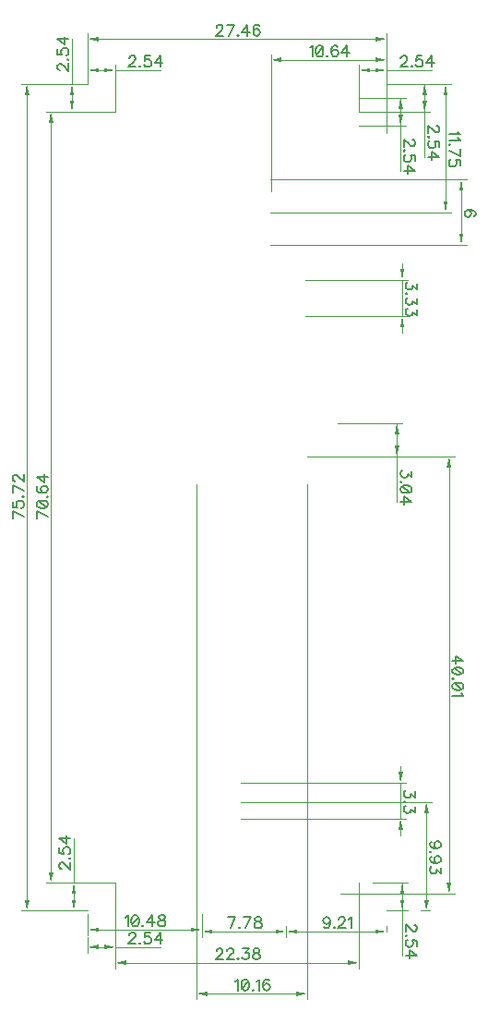
<source format=gbr>
G04 DipTrace 3.3.0.0*
G04 TopDimension.gbr*
%MOIN*%
G04 #@! TF.FileFunction,Drawing,Top*
G04 #@! TF.Part,Single*
%ADD13C,0.001378*%
%ADD59C,0.006176*%
%FSLAX26Y26*%
G04*
G70*
G90*
G75*
G01*
G04 TopDimension*
%LPD*%
X393701Y3374951D2*
D13*
X155266D1*
X393701Y393701D2*
X155266D1*
X174951Y1884326D2*
Y3335581D1*
G36*
Y3374951D2*
X182825Y3335581D1*
X167077D1*
X174951Y3374951D1*
G37*
Y1884326D2*
D13*
Y433071D1*
G36*
Y393701D2*
X167077Y433071D1*
X182825D1*
X174951Y393701D1*
G37*
X393701Y3424950D2*
D13*
Y3557135D1*
X1474953Y3424950D2*
Y3557135D1*
X934327Y3537450D2*
X433071D1*
G36*
X393701D2*
X433071Y3545324D1*
Y3529576D1*
X393701Y3537450D1*
G37*
X934327D2*
D13*
X1435583D1*
G36*
X1474953D2*
X1435583Y3529576D1*
Y3545324D1*
X1474953Y3537450D1*
G37*
Y3199950D2*
D13*
Y3482135D1*
X1056203Y2987450D2*
Y3482135D1*
X1265578Y3462450D2*
X1435583D1*
G36*
X1474953D2*
X1435583Y3454576D1*
Y3470324D1*
X1474953Y3462450D1*
G37*
X1265578D2*
D13*
X1095573D1*
G36*
X1056203D2*
X1095573Y3470324D1*
Y3454576D1*
X1056203Y3462450D1*
G37*
X1187469Y2031201D2*
D13*
X1532136D1*
X1298693Y2150701D2*
X1532136D1*
X1512451Y2090951D2*
Y2070571D1*
G36*
Y2031201D2*
X1504577Y2070571D1*
X1520325D1*
X1512451Y2031201D1*
G37*
Y2090951D2*
D13*
Y2111331D1*
G36*
Y2150701D2*
X1520325Y2111331D1*
X1504577D1*
X1512451Y2150701D1*
G37*
Y1868644D2*
D13*
Y2150701D1*
X1053051Y3030558D2*
X1763386D1*
X1053051Y2794282D2*
X1763386D1*
X1743701Y2912420D2*
Y2991188D1*
G36*
Y3030558D2*
X1751575Y2991188D1*
X1735827D1*
X1743701Y3030558D1*
G37*
Y2912420D2*
D13*
Y2833652D1*
G36*
Y2794282D2*
X1735827Y2833652D1*
X1751575D1*
X1743701Y2794282D1*
G37*
X806192Y381201D2*
D13*
Y305266D1*
X393701Y381201D2*
Y305266D1*
X599946Y324951D2*
X766822D1*
G36*
X806192D2*
X766822Y317077D1*
Y332825D1*
X806192Y324951D1*
G37*
X599946D2*
D13*
X433071D1*
G36*
X393701D2*
X433071Y332825D1*
Y317077D1*
X393701Y324951D1*
G37*
X493703Y3274950D2*
D13*
X242766D1*
X493711Y493720D2*
X242766D1*
X262451Y1884335D2*
Y3235580D1*
G36*
Y3274950D2*
X270325Y3235580D1*
X254577D1*
X262451Y3274950D1*
G37*
Y1884335D2*
D13*
Y533091D1*
G36*
Y493720D2*
X254577Y533091D1*
X270325D1*
X262451Y493720D1*
G37*
X1374951Y3274950D2*
D13*
X1632136D1*
X1474951Y3374951D2*
X1632136D1*
X1612451Y3324951D2*
Y3314320D1*
G36*
Y3274950D2*
X1604577Y3314320D1*
X1620325D1*
X1612451Y3274950D1*
G37*
Y3324951D2*
D13*
Y3335581D1*
G36*
Y3374951D2*
X1620325Y3335581D1*
X1604577D1*
X1612451Y3374951D1*
G37*
Y3112394D2*
D13*
Y3374951D1*
X1374951Y3324950D2*
X1544636D1*
X1374951Y3224950D2*
X1544636D1*
X1524951Y3274950D2*
Y3285580D1*
G36*
Y3324950D2*
X1532825Y3285580D1*
X1517077D1*
X1524951Y3324950D1*
G37*
Y3274950D2*
D13*
Y3264320D1*
G36*
Y3224950D2*
X1517077Y3264320D1*
X1532825D1*
X1524951Y3224950D1*
G37*
Y3062394D2*
D13*
Y3324950D1*
X806202Y368701D2*
Y299016D1*
X1112451Y318701D2*
Y338386D1*
X959327Y318701D2*
X845572D1*
G36*
X806202D2*
X845572Y326575D1*
Y310827D1*
X806202Y318701D1*
G37*
X959327D2*
D13*
X1073081D1*
G36*
X1112451D2*
X1073081Y310827D1*
Y326575D1*
X1112451Y318701D1*
G37*
Y331201D2*
D13*
Y299016D1*
X1474951Y318701D2*
Y338386D1*
X1293701Y318701D2*
X1151822D1*
G36*
X1112451D2*
X1151822Y326575D1*
Y310827D1*
X1112451Y318701D1*
G37*
X1293701D2*
D13*
X1435581D1*
G36*
X1474951D2*
X1435581Y310827D1*
Y326575D1*
X1474951Y318701D1*
G37*
X493703Y3274950D2*
D13*
Y3444635D1*
X393701Y3374951D2*
Y3444635D1*
X443702Y3424950D2*
X454333D1*
G36*
X493703D2*
X454333Y3417076D1*
Y3432824D1*
X493703Y3424950D1*
G37*
X443702D2*
D13*
X433071D1*
G36*
X393701D2*
X433071Y3432824D1*
Y3417076D1*
X393701Y3424950D1*
G37*
X656260D2*
D13*
X493703D1*
X1181202Y2668701D2*
X1550887D1*
X1181202Y2537450D2*
X1550887D1*
X1531202Y2668701D2*
Y2537450D1*
Y2727756D2*
Y2708071D1*
G36*
Y2668701D2*
X1523328Y2708071D1*
X1539076D1*
X1531202Y2668701D1*
G37*
Y2478395D2*
D13*
Y2498080D1*
G36*
Y2537450D2*
X1539076Y2498080D1*
X1523328D1*
X1531202Y2537450D1*
G37*
X493711Y493720D2*
D13*
Y186516D1*
X1374951Y493701D2*
Y186516D1*
X934331Y206201D2*
X533081D1*
G36*
X493711D2*
X533081Y214075D1*
Y198327D1*
X493711Y206201D1*
G37*
X934331D2*
D13*
X1335581D1*
G36*
X1374951D2*
X1335581Y198327D1*
Y214075D1*
X1374951Y206201D1*
G37*
X1053051Y2912420D2*
D13*
X1707136D1*
X1474951Y3374951D2*
X1707136D1*
X1687451Y3143686D2*
Y2951790D1*
G36*
Y2912420D2*
X1679577Y2951790D1*
X1695325D1*
X1687451Y2912420D1*
G37*
Y3143686D2*
D13*
Y3335581D1*
G36*
Y3374951D2*
X1695325Y3335581D1*
X1679577D1*
X1687451Y3374951D1*
G37*
X393701Y299951D2*
D13*
Y242765D1*
X493701Y256201D2*
Y282135D1*
X443701Y262450D2*
X433071D1*
G36*
X393701D2*
X433071Y270324D1*
Y254576D1*
X393701Y262450D1*
G37*
X443701D2*
D13*
X454331D1*
G36*
X493701D2*
X454331Y254576D1*
Y270324D1*
X493701Y262450D1*
G37*
X656257D2*
D13*
X493701D1*
X493711Y493720D2*
X324016D1*
X393701Y393701D2*
X324016D1*
X343701Y443711D2*
Y454350D1*
G36*
Y493720D2*
X351575Y454350D1*
X335827D1*
X343701Y493720D1*
G37*
Y443711D2*
D13*
Y433071D1*
G36*
Y393701D2*
X335827Y433071D1*
X351575D1*
X343701Y393701D1*
G37*
Y656277D2*
D13*
Y493720D1*
X948869Y784497D2*
X1638386D1*
X1631202Y393701D2*
X1599016D1*
X1618701Y589099D2*
Y745127D1*
G36*
Y784497D2*
X1626575Y745127D1*
X1610827D1*
X1618701Y784497D1*
G37*
Y589099D2*
D13*
Y433071D1*
G36*
Y393701D2*
X1610827Y433071D1*
X1626575D1*
X1618701Y393701D1*
G37*
X787434Y1931196D2*
D13*
Y74016D1*
X1187469Y1931196D2*
Y74016D1*
X987451Y93701D2*
X826804D1*
G36*
X787434D2*
X826804Y101575D1*
Y85827D1*
X787434Y93701D1*
G37*
X987451D2*
D13*
X1148098D1*
G36*
X1187469D2*
X1148098Y85827D1*
Y101575D1*
X1187469Y93701D1*
G37*
X1424951Y493701D2*
D13*
X1550887D1*
X1474951Y393701D2*
X1550887D1*
X1531202Y443701D2*
Y454331D1*
G36*
Y493701D2*
X1539076Y454331D1*
X1523328D1*
X1531202Y493701D1*
G37*
Y443701D2*
D13*
Y433071D1*
G36*
Y393701D2*
X1523328Y433071D1*
X1539076D1*
X1531202Y393701D1*
G37*
Y231144D2*
D13*
Y493701D1*
X1374951Y3274950D2*
Y3444635D1*
X1474951Y3374951D2*
Y3444635D1*
X1424951Y3424950D2*
X1414322D1*
G36*
X1374951D2*
X1414322Y3432824D1*
Y3417076D1*
X1374951Y3424950D1*
G37*
X1424951D2*
D13*
X1435581D1*
G36*
X1474951D2*
X1435581Y3417076D1*
Y3432824D1*
X1474951Y3424950D1*
G37*
X1637508D2*
D13*
X1474951D1*
X493703Y3274950D2*
X317766D1*
X393701Y3374951D2*
X317766D1*
X337451Y3324951D2*
Y3314320D1*
G36*
Y3274950D2*
X329577Y3314320D1*
X345325D1*
X337451Y3274950D1*
G37*
Y3324951D2*
D13*
Y3335581D1*
G36*
Y3374951D2*
X345325Y3335581D1*
X329577D1*
X337451Y3374951D1*
G37*
Y3537508D2*
D13*
Y3374951D1*
X948869Y855360D2*
X1544636D1*
X948857Y725451D2*
X1544636D1*
X1524951Y855360D2*
Y725451D1*
Y914415D2*
Y894730D1*
G36*
Y855360D2*
X1517077Y894730D1*
X1532825D1*
X1524951Y855360D1*
G37*
Y666396D2*
D13*
Y686081D1*
G36*
Y725451D2*
X1532825Y686081D1*
X1517077D1*
X1524951Y725451D1*
G37*
X1187469Y2031201D2*
D13*
X1719636D1*
X1306202Y456197D2*
X1719636D1*
X1699951Y1243699D2*
Y1991831D1*
G36*
Y2031201D2*
X1707825Y1991831D1*
X1692077D1*
X1699951Y2031201D1*
G37*
Y1243699D2*
D13*
Y495567D1*
G36*
Y456197D2*
X1692077Y495567D1*
X1707825D1*
X1699951Y456197D1*
G37*
X162741Y1814848D2*
D59*
X122593Y1833993D1*
Y1807198D1*
Y1869292D2*
Y1850191D1*
X139793Y1848290D1*
X137892Y1850191D1*
X135946Y1855939D1*
Y1861643D1*
X137892Y1867391D1*
X141694Y1871238D1*
X147442Y1873139D1*
X151245D1*
X156993Y1871238D1*
X160839Y1867391D1*
X162741Y1861643D1*
Y1855939D1*
X160839Y1850191D1*
X158894Y1848290D1*
X155091Y1846345D1*
X158894Y1887392D2*
X160839Y1885491D1*
X162741Y1887392D1*
X160839Y1889337D1*
X158894Y1887392D1*
X162741Y1909338D2*
X122593Y1928483D1*
Y1901689D1*
X132143Y1942780D2*
X130242D1*
X126395Y1944682D1*
X124494Y1946583D1*
X122593Y1950430D1*
Y1958079D1*
X124494Y1961881D1*
X126395Y1963783D1*
X130242Y1965728D1*
X134045D1*
X137892Y1963783D1*
X143595Y1959980D1*
X162741Y1940835D1*
Y1967629D1*
X859167Y3580258D2*
Y3582159D1*
X861068Y3586006D1*
X862969Y3587907D1*
X866816Y3589809D1*
X874465D1*
X878268Y3587907D1*
X880169Y3586006D1*
X882115Y3582159D1*
Y3578357D1*
X880169Y3574510D1*
X876367Y3568806D1*
X857221Y3549661D1*
X884016D1*
X904017D2*
X923162Y3589809D1*
X896367D1*
X937415Y3553508D2*
X935513Y3551562D1*
X937415Y3549661D1*
X939360Y3551562D1*
X937415Y3553508D1*
X970857Y3549661D2*
Y3589809D1*
X951712Y3563058D1*
X980407D1*
X1015707Y3584105D2*
X1013805Y3587907D1*
X1008057Y3589809D1*
X1004255D1*
X998507Y3587907D1*
X994660Y3582159D1*
X992759Y3572609D1*
Y3563058D1*
X994660Y3555409D1*
X998507Y3551562D1*
X1004255Y3549661D1*
X1006156D1*
X1011860Y3551562D1*
X1015707Y3555409D1*
X1017608Y3561157D1*
Y3563058D1*
X1015707Y3568806D1*
X1011860Y3572609D1*
X1006156Y3574510D1*
X1004255D1*
X998507Y3572609D1*
X994660Y3568806D1*
X992759Y3563058D1*
X1197072Y3507159D2*
X1200919Y3509105D1*
X1206667Y3514809D1*
Y3474661D1*
X1230515Y3514809D2*
X1224767Y3512907D1*
X1220920Y3507159D1*
X1219019Y3497609D1*
Y3491861D1*
X1220920Y3482310D1*
X1224767Y3476562D1*
X1230515Y3474661D1*
X1234317D1*
X1240065Y3476562D1*
X1243868Y3482310D1*
X1245813Y3491861D1*
Y3497609D1*
X1243868Y3507159D1*
X1240065Y3512907D1*
X1234317Y3514809D1*
X1230515D1*
X1243868Y3507159D2*
X1220920Y3482310D1*
X1260066Y3478508D2*
X1258165Y3476562D1*
X1260066Y3474661D1*
X1262011Y3476562D1*
X1260066Y3478508D1*
X1297311Y3509105D2*
X1295410Y3512907D1*
X1289661Y3514809D1*
X1285859D1*
X1280111Y3512907D1*
X1276264Y3507159D1*
X1274363Y3497609D1*
Y3488058D1*
X1276264Y3480409D1*
X1280111Y3476562D1*
X1285859Y3474661D1*
X1287760D1*
X1293464Y3476562D1*
X1297311Y3480409D1*
X1299212Y3486157D1*
Y3488058D1*
X1297311Y3493806D1*
X1293464Y3497609D1*
X1287760Y3499510D1*
X1285859D1*
X1280111Y3497609D1*
X1276264Y3493806D1*
X1274363Y3488058D1*
X1330709Y3474661D2*
Y3514809D1*
X1311563Y3488058D1*
X1340259D1*
X1564810Y1978720D2*
Y1957718D1*
X1549511Y1969170D1*
Y1963422D1*
X1547610Y1959619D1*
X1545709Y1957718D1*
X1539961Y1955772D1*
X1536158D1*
X1530410Y1957718D1*
X1526563Y1961521D1*
X1524662Y1967269D1*
Y1973017D1*
X1526563Y1978720D1*
X1528509Y1980622D1*
X1532312Y1982567D1*
X1528509Y1941520D2*
X1526563Y1943421D1*
X1524662Y1941520D1*
X1526563Y1939574D1*
X1528509Y1941520D1*
X1564810Y1915727D2*
X1562909Y1921475D1*
X1557161Y1925322D1*
X1547610Y1927223D1*
X1541862D1*
X1532312Y1925322D1*
X1526563Y1921475D1*
X1524662Y1915727D1*
Y1911924D1*
X1526563Y1906176D1*
X1532312Y1902374D1*
X1541862Y1900428D1*
X1547610D1*
X1557161Y1902374D1*
X1562909Y1906176D1*
X1564810Y1911924D1*
Y1915727D1*
X1557161Y1902374D2*
X1532312Y1925322D1*
X1524662Y1868932D2*
X1564810D1*
X1538060Y1888077D1*
Y1859381D1*
X1790356Y2898809D2*
X1794158Y2900710D1*
X1796059Y2906458D1*
Y2910261D1*
X1794158Y2916009D1*
X1788410Y2919855D1*
X1778859Y2921757D1*
X1769309D1*
X1761660Y2919855D1*
X1757813Y2916009D1*
X1755912Y2910261D1*
Y2908359D1*
X1757813Y2902656D1*
X1761660Y2898809D1*
X1767408Y2896908D1*
X1769309D1*
X1775057Y2898809D1*
X1778859Y2902656D1*
X1780761Y2908359D1*
Y2910261D1*
X1778859Y2916009D1*
X1775057Y2919855D1*
X1769309Y2921757D1*
X530490Y369661D2*
X534337Y371606D1*
X540085Y377310D1*
Y337162D1*
X563932Y377310D2*
X558184Y375409D1*
X554337Y369661D1*
X552436Y360110D1*
Y354362D1*
X554337Y344812D1*
X558184Y339063D1*
X563932Y337162D1*
X567735D1*
X573483Y339063D1*
X577285Y344812D1*
X579231Y354362D1*
Y360110D1*
X577285Y369661D1*
X573483Y375409D1*
X567735Y377310D1*
X563932D1*
X577285Y369661D2*
X554337Y344812D1*
X593483Y341009D2*
X591582Y339063D1*
X593483Y337162D1*
X595429Y339063D1*
X593483Y341009D1*
X626926Y337162D2*
Y377310D1*
X607780Y350560D1*
X636476D1*
X658378Y377310D2*
X652674Y375409D1*
X650729Y371606D1*
Y367759D1*
X652674Y363957D1*
X656477Y362011D1*
X664126Y360110D1*
X669874Y358209D1*
X673677Y354362D1*
X675578Y350560D1*
Y344812D1*
X673677Y341009D1*
X671776Y339063D1*
X666028Y337162D1*
X658378D1*
X652674Y339063D1*
X650729Y341009D1*
X648828Y344812D1*
Y350560D1*
X650729Y354362D1*
X654576Y358209D1*
X660280Y360110D1*
X667929Y362011D1*
X671776Y363957D1*
X673677Y367759D1*
Y371606D1*
X671776Y375409D1*
X666028Y377310D1*
X658378D1*
X250241Y1814879D2*
X210093Y1834024D1*
Y1807230D1*
Y1857872D2*
X211994Y1852124D1*
X217742Y1848277D1*
X227293Y1846376D1*
X233041D1*
X242591Y1848277D1*
X248339Y1852124D1*
X250241Y1857872D1*
Y1861674D1*
X248339Y1867422D1*
X242591Y1871225D1*
X233041Y1873170D1*
X227293D1*
X217742Y1871225D1*
X211994Y1867422D1*
X210093Y1861674D1*
Y1857872D1*
X217742Y1871225D2*
X242591Y1848277D1*
X246394Y1887423D2*
X248339Y1885522D1*
X250241Y1887423D1*
X248339Y1889369D1*
X246394Y1887423D1*
X215797Y1924668D2*
X211994Y1922767D1*
X210093Y1917019D1*
Y1913216D1*
X211994Y1907468D1*
X217742Y1903621D1*
X227293Y1901720D1*
X236843D1*
X244493Y1903621D1*
X248339Y1907468D1*
X250241Y1913216D1*
Y1915117D1*
X248339Y1920821D1*
X244493Y1924668D1*
X238745Y1926569D1*
X236843D1*
X231095Y1924668D1*
X227293Y1920821D1*
X225392Y1915117D1*
Y1913216D1*
X227293Y1907468D1*
X231095Y1903621D1*
X236843Y1901720D1*
X250241Y1958066D2*
X210093D1*
X236843Y1938921D1*
Y1967617D1*
X1655259Y3224371D2*
X1657161D1*
X1661007Y3222470D1*
X1662909Y3220568D1*
X1664810Y3216722D1*
Y3209072D1*
X1662909Y3205270D1*
X1661007Y3203369D1*
X1657161Y3201423D1*
X1653358D1*
X1649511Y3203369D1*
X1643808Y3207171D1*
X1624662Y3226317D1*
Y3199522D1*
X1628509Y3185269D2*
X1626563Y3187170D1*
X1624662Y3185269D1*
X1626563Y3183324D1*
X1628509Y3185269D1*
X1664810Y3148024D2*
Y3167126D1*
X1647610Y3169027D1*
X1649511Y3167126D1*
X1651457Y3161377D1*
Y3155674D1*
X1649511Y3149926D1*
X1645709Y3146079D1*
X1639961Y3144178D1*
X1636158D1*
X1630410Y3146079D1*
X1626563Y3149926D1*
X1624662Y3155674D1*
Y3161377D1*
X1626563Y3167126D1*
X1628509Y3169027D1*
X1632312Y3170972D1*
X1624662Y3112681D2*
X1664810D1*
X1638060Y3131826D1*
Y3103130D1*
X1567759Y3174371D2*
X1569661D1*
X1573507Y3172470D1*
X1575409Y3170568D1*
X1577310Y3166722D1*
Y3159072D1*
X1575409Y3155270D1*
X1573507Y3153369D1*
X1569661Y3151423D1*
X1565858D1*
X1562011Y3153369D1*
X1556308Y3157171D1*
X1537162Y3176317D1*
Y3149522D1*
X1541009Y3135269D2*
X1539063Y3137170D1*
X1537162Y3135269D1*
X1539063Y3133324D1*
X1541009Y3135269D1*
X1577310Y3098024D2*
Y3117126D1*
X1560110Y3119027D1*
X1562011Y3117126D1*
X1563957Y3111377D1*
Y3105674D1*
X1562011Y3099926D1*
X1558209Y3096079D1*
X1552461Y3094178D1*
X1548658D1*
X1542910Y3096079D1*
X1539063Y3099926D1*
X1537162Y3105674D1*
Y3111377D1*
X1539063Y3117126D1*
X1541009Y3119027D1*
X1544812Y3120972D1*
X1537162Y3062681D2*
X1577310D1*
X1550560Y3081826D1*
Y3053130D1*
X909444Y330912D2*
X928589Y371059D1*
X901794D1*
X942842Y334758D2*
X940940Y332813D1*
X942842Y330912D1*
X944787Y332813D1*
X942842Y334758D1*
X964788Y330912D2*
X983933Y371059D1*
X957138D1*
X1005835D2*
X1000131Y369158D1*
X998186Y365356D1*
Y361509D1*
X1000131Y357706D1*
X1003934Y355761D1*
X1011583Y353859D1*
X1017331Y351958D1*
X1021134Y348111D1*
X1023035Y344309D1*
Y338561D1*
X1021134Y334758D1*
X1019232Y332813D1*
X1013484Y330912D1*
X1005835D1*
X1000131Y332813D1*
X998186Y334758D1*
X996285Y338561D1*
Y344309D1*
X998186Y348111D1*
X1002033Y351958D1*
X1007736Y353859D1*
X1015386Y355761D1*
X1019232Y357706D1*
X1021134Y361509D1*
Y365356D1*
X1019232Y369158D1*
X1013484Y371059D1*
X1005835D1*
X1270591Y357706D2*
X1268645Y351958D1*
X1264843Y348111D1*
X1259095Y346210D1*
X1257193D1*
X1251445Y348111D1*
X1247643Y351958D1*
X1245697Y357706D1*
Y359607D1*
X1247643Y365356D1*
X1251445Y369158D1*
X1257193Y371059D1*
X1259095D1*
X1264843Y369158D1*
X1268645Y365356D1*
X1270591Y357706D1*
Y348111D1*
X1268645Y338561D1*
X1264843Y332813D1*
X1259095Y330912D1*
X1255292D1*
X1249544Y332813D1*
X1247643Y336660D1*
X1284843Y334758D2*
X1282942Y332813D1*
X1284843Y330912D1*
X1286789Y332813D1*
X1284843Y334758D1*
X1301086Y361509D2*
Y363410D1*
X1302987Y367257D1*
X1304888Y369158D1*
X1308735Y371059D1*
X1316384D1*
X1320187Y369158D1*
X1322088Y367257D1*
X1324034Y363410D1*
Y359607D1*
X1322088Y355761D1*
X1318286Y350057D1*
X1299140Y330912D1*
X1325935D1*
X1338286Y363410D2*
X1342133Y365356D1*
X1347881Y371059D1*
Y330912D1*
X544283Y3467758D2*
Y3469659D1*
X546184Y3473506D1*
X548085Y3475407D1*
X551932Y3477309D1*
X559581D1*
X563384Y3475407D1*
X565285Y3473506D1*
X567230Y3469659D1*
Y3465857D1*
X565285Y3462010D1*
X561482Y3456306D1*
X542337Y3437161D1*
X569132D1*
X583384Y3441008D2*
X581483Y3439062D1*
X583384Y3437161D1*
X585330Y3439062D1*
X583384Y3441008D1*
X620629Y3477309D2*
X601528D1*
X599627Y3460109D1*
X601528Y3462010D1*
X607276Y3463956D1*
X612980D1*
X618728Y3462010D1*
X622575Y3458208D1*
X624476Y3452459D1*
Y3448657D1*
X622575Y3442909D1*
X618728Y3439062D1*
X612980Y3437161D1*
X607276D1*
X601528Y3439062D1*
X599627Y3441008D1*
X597681Y3444810D1*
X655973Y3437161D2*
Y3477309D1*
X636827Y3450558D1*
X665523D1*
X1583561Y2656783D2*
Y2635781D1*
X1568262Y2647233D1*
Y2641485D1*
X1566361Y2637682D1*
X1564459Y2635781D1*
X1558711Y2633835D1*
X1554909D1*
X1549161Y2635781D1*
X1545314Y2639583D1*
X1543413Y2645331D1*
Y2651080D1*
X1545314Y2656783D1*
X1547260Y2658685D1*
X1551062Y2660630D1*
X1547260Y2619583D2*
X1545314Y2621484D1*
X1543413Y2619583D1*
X1545314Y2617637D1*
X1547260Y2619583D1*
X1583561Y2601439D2*
Y2580437D1*
X1568262Y2591889D1*
Y2586141D1*
X1566361Y2582338D1*
X1564459Y2580437D1*
X1558711Y2578491D1*
X1554909D1*
X1549161Y2580437D1*
X1545314Y2584239D1*
X1543413Y2589987D1*
Y2595735D1*
X1545314Y2601439D1*
X1547260Y2603340D1*
X1551062Y2605286D1*
X1583561Y2562293D2*
Y2541291D1*
X1568262Y2552742D1*
Y2546994D1*
X1566361Y2543192D1*
X1564459Y2541291D1*
X1558711Y2539345D1*
X1554909D1*
X1549161Y2541291D1*
X1545314Y2545093D1*
X1543413Y2550841D1*
Y2556589D1*
X1545314Y2562293D1*
X1547260Y2564194D1*
X1551062Y2566140D1*
X859171Y249009D2*
Y250910D1*
X861073Y254757D1*
X862974Y256658D1*
X866821Y258559D1*
X874470D1*
X878272Y256658D1*
X880174Y254757D1*
X882119Y250910D1*
Y247107D1*
X880174Y243261D1*
X876371Y237557D1*
X857226Y218412D1*
X884020D1*
X898317Y249009D2*
Y250910D1*
X900219Y254757D1*
X902120Y256658D1*
X905967Y258559D1*
X913616D1*
X917419Y256658D1*
X919320Y254757D1*
X921265Y250910D1*
Y247107D1*
X919320Y243261D1*
X915517Y237557D1*
X896372Y218412D1*
X923167D1*
X937419Y222258D2*
X935518Y220313D1*
X937419Y218412D1*
X939365Y220313D1*
X937419Y222258D1*
X955563Y258559D2*
X976565D1*
X965113Y243261D1*
X970861D1*
X974664Y241359D1*
X976565Y239458D1*
X978511Y233710D1*
Y229908D1*
X976565Y224160D1*
X972763Y220313D1*
X967015Y218412D1*
X961267D1*
X955563Y220313D1*
X953662Y222258D1*
X951716Y226061D1*
X1000413Y258559D2*
X994709Y256658D1*
X992763Y252856D1*
Y249009D1*
X994709Y245206D1*
X998511Y243261D1*
X1006161Y241359D1*
X1011909Y239458D1*
X1015711Y235611D1*
X1017613Y231809D1*
Y226061D1*
X1015711Y222258D1*
X1013810Y220313D1*
X1008062Y218412D1*
X1000413D1*
X994709Y220313D1*
X992763Y222258D1*
X990862Y226061D1*
Y231809D1*
X992763Y235611D1*
X996610Y239458D1*
X1002314Y241359D1*
X1009963Y243261D1*
X1013810Y245206D1*
X1015711Y249009D1*
Y252856D1*
X1013810Y256658D1*
X1008062Y258559D1*
X1000413D1*
X1732161Y3203613D2*
X1734106Y3199767D1*
X1739810Y3194019D1*
X1699662D1*
X1732161Y3181667D2*
X1734106Y3177821D1*
X1739810Y3172073D1*
X1699662D1*
X1703509Y3157820D2*
X1701563Y3159721D1*
X1699662Y3157820D1*
X1701563Y3155874D1*
X1703509Y3157820D1*
X1699662Y3135874D2*
X1739810Y3116728D1*
Y3143523D1*
Y3081429D2*
Y3100530D1*
X1722610Y3102431D1*
X1724511Y3100530D1*
X1726457Y3094782D1*
Y3089078D1*
X1724511Y3083330D1*
X1720709Y3079483D1*
X1714961Y3077582D1*
X1711158D1*
X1705410Y3079483D1*
X1701563Y3083330D1*
X1699662Y3089078D1*
Y3094782D1*
X1701563Y3100530D1*
X1703509Y3102431D1*
X1707312Y3104377D1*
X544280Y305258D2*
Y307159D1*
X546181Y311006D1*
X548082Y312907D1*
X551929Y314809D1*
X559579D1*
X563381Y312907D1*
X565282Y311006D1*
X567228Y307159D1*
Y303357D1*
X565282Y299510D1*
X561480Y293806D1*
X542334Y274661D1*
X569129D1*
X583382Y278508D2*
X581480Y276562D1*
X583382Y274661D1*
X585327Y276562D1*
X583382Y278508D1*
X620627Y314809D2*
X601525D1*
X599624Y297609D1*
X601525Y299510D1*
X607273Y301456D1*
X612977D1*
X618725Y299510D1*
X622572Y295708D1*
X624473Y289959D1*
Y286157D1*
X622572Y280409D1*
X618725Y276562D1*
X612977Y274661D1*
X607273D1*
X601525Y276562D1*
X599624Y278508D1*
X597679Y282310D1*
X655970Y274661D2*
Y314809D1*
X636825Y288058D1*
X665521D1*
X300893Y544300D2*
X298992D1*
X295145Y546201D1*
X293244Y548102D1*
X291342Y551949D1*
Y559598D1*
X293244Y563401D1*
X295145Y565302D1*
X298992Y567247D1*
X302794D1*
X306641Y565302D1*
X312345Y561499D1*
X331490Y542354D1*
Y569149D1*
X327643Y583401D2*
X329589Y581500D1*
X331490Y583401D1*
X329589Y585347D1*
X327643Y583401D1*
X291342Y620646D2*
Y601545D1*
X308542Y599644D1*
X306641Y601545D1*
X304695Y607293D1*
Y612997D1*
X306641Y618745D1*
X310443Y622592D1*
X316191Y624493D1*
X319994D1*
X325742Y622592D1*
X329589Y618745D1*
X331490Y612997D1*
Y607293D1*
X329589Y601545D1*
X327643Y599644D1*
X323841Y597698D1*
X331490Y655990D2*
X291342D1*
X318093Y636844D1*
Y665540D1*
X1657706Y619859D2*
X1651958Y621805D1*
X1648111Y625607D1*
X1646210Y631355D1*
Y633256D1*
X1648111Y639004D1*
X1651958Y642807D1*
X1657706Y644752D1*
X1659607D1*
X1665356Y642807D1*
X1669158Y639004D1*
X1671059Y633256D1*
Y631355D1*
X1669158Y625607D1*
X1665356Y621805D1*
X1657706Y619859D1*
X1648111D1*
X1638561Y621805D1*
X1632813Y625607D1*
X1630912Y631355D1*
Y635158D1*
X1632813Y640906D1*
X1636660Y642807D1*
X1634758Y605606D2*
X1632813Y607508D1*
X1630912Y605606D1*
X1632813Y603661D1*
X1634758Y605606D1*
X1657706Y566416D2*
X1651958Y568362D1*
X1648111Y572164D1*
X1646210Y577912D1*
Y579813D1*
X1648111Y585561D1*
X1651958Y589364D1*
X1657706Y591309D1*
X1659607D1*
X1665356Y589364D1*
X1669158Y585561D1*
X1671059Y579813D1*
Y577912D1*
X1669158Y572164D1*
X1665356Y568362D1*
X1657706Y566416D1*
X1648111D1*
X1638561Y568362D1*
X1632813Y572164D1*
X1630912Y577912D1*
Y581715D1*
X1632813Y587463D1*
X1636660Y589364D1*
X1671059Y550218D2*
Y529216D1*
X1655761Y540667D1*
Y534919D1*
X1653859Y531117D1*
X1651958Y529216D1*
X1646210Y527270D1*
X1642408D1*
X1636660Y529216D1*
X1632813Y533018D1*
X1630912Y538766D1*
Y544514D1*
X1632813Y550218D1*
X1634758Y552119D1*
X1638561Y554065D1*
X928496Y138410D2*
X932343Y140356D1*
X938091Y146059D1*
Y105912D1*
X961939Y146059D2*
X956191Y144158D1*
X952344Y138410D1*
X950443Y128859D1*
Y123111D1*
X952344Y113561D1*
X956191Y107813D1*
X961939Y105912D1*
X965741D1*
X971489Y107813D1*
X975292Y113561D1*
X977237Y123111D1*
Y128859D1*
X975292Y138410D1*
X971489Y144158D1*
X965741Y146059D1*
X961939D1*
X975292Y138410D2*
X952344Y113561D1*
X991490Y109758D2*
X989589Y107813D1*
X991490Y105912D1*
X993435Y107813D1*
X991490Y109758D1*
X1005787Y138410D2*
X1009634Y140356D1*
X1015382Y146059D1*
Y105912D1*
X1050681Y140356D2*
X1048780Y144158D1*
X1043032Y146059D1*
X1039229D1*
X1033481Y144158D1*
X1029634Y138410D1*
X1027733Y128859D1*
Y119309D1*
X1029634Y111660D1*
X1033481Y107813D1*
X1039229Y105912D1*
X1041130D1*
X1046834Y107813D1*
X1050681Y111660D1*
X1052582Y117408D1*
Y119309D1*
X1050681Y125057D1*
X1046834Y128859D1*
X1041130Y130761D1*
X1039229D1*
X1033481Y128859D1*
X1029634Y125057D1*
X1027733Y119309D1*
X1574010Y343122D2*
X1575911D1*
X1579758Y341220D1*
X1581659Y339319D1*
X1583561Y335472D1*
Y327823D1*
X1581659Y324021D1*
X1579758Y322119D1*
X1575911Y320174D1*
X1572109D1*
X1568262Y322119D1*
X1562558Y325922D1*
X1543413Y345067D1*
Y318272D1*
X1547260Y304020D2*
X1545314Y305921D1*
X1543413Y304020D1*
X1545314Y302074D1*
X1547260Y304020D1*
X1583561Y266775D2*
Y285876D1*
X1566361Y287777D1*
X1568262Y285876D1*
X1570208Y280128D1*
Y274424D1*
X1568262Y268676D1*
X1564459Y264830D1*
X1558711Y262928D1*
X1554909D1*
X1549161Y264830D1*
X1545314Y268676D1*
X1543413Y274424D1*
Y280128D1*
X1545314Y285876D1*
X1547260Y287777D1*
X1551062Y289723D1*
X1543413Y231432D2*
X1583561D1*
X1556810Y250577D1*
Y221881D1*
X1525531Y3467758D2*
Y3469659D1*
X1527432Y3473506D1*
X1529333Y3475407D1*
X1533180Y3477309D1*
X1540829D1*
X1544632Y3475407D1*
X1546533Y3473506D1*
X1548478Y3469659D1*
Y3465857D1*
X1546533Y3462010D1*
X1542730Y3456306D1*
X1523585Y3437161D1*
X1550380D1*
X1564632Y3441008D2*
X1562731Y3439062D1*
X1564632Y3437161D1*
X1566578Y3439062D1*
X1564632Y3441008D1*
X1601877Y3477309D2*
X1582776D1*
X1580875Y3460109D1*
X1582776Y3462010D1*
X1588524Y3463956D1*
X1594228D1*
X1599976Y3462010D1*
X1603823Y3458208D1*
X1605724Y3452459D1*
Y3448657D1*
X1603823Y3442909D1*
X1599976Y3439062D1*
X1594228Y3437161D1*
X1588524D1*
X1582776Y3439062D1*
X1580875Y3441008D1*
X1578929Y3444810D1*
X1637221Y3437161D2*
Y3477309D1*
X1618075Y3450558D1*
X1646771D1*
X294643Y3425531D2*
X292742D1*
X288895Y3427432D1*
X286994Y3429333D1*
X285093Y3433180D1*
Y3440829D1*
X286994Y3444632D1*
X288895Y3446533D1*
X292742Y3448478D1*
X296545D1*
X300392Y3446533D1*
X306095Y3442730D1*
X325241Y3423585D1*
Y3450380D1*
X321394Y3464632D2*
X323339Y3462731D1*
X325241Y3464632D1*
X323339Y3466578D1*
X321394Y3464632D1*
X285093Y3501877D2*
Y3482776D1*
X302293Y3480875D1*
X300392Y3482776D1*
X298446Y3488524D1*
Y3494228D1*
X300392Y3499976D1*
X304194Y3503823D1*
X309942Y3505724D1*
X313745D1*
X319493Y3503823D1*
X323339Y3499976D1*
X325241Y3494228D1*
Y3488524D1*
X323339Y3482776D1*
X321394Y3480875D1*
X317591Y3478929D1*
X325241Y3537221D2*
X285093D1*
X311843Y3518075D1*
Y3546771D1*
X1577310Y824540D2*
Y803538D1*
X1562011Y814990D1*
Y809242D1*
X1560110Y805439D1*
X1558209Y803538D1*
X1552461Y801592D1*
X1548658D1*
X1542910Y803538D1*
X1539063Y807340D1*
X1537162Y813089D1*
Y818837D1*
X1539063Y824540D1*
X1541009Y826442D1*
X1544812Y828387D1*
X1541009Y787340D2*
X1539063Y789241D1*
X1537162Y787340D1*
X1539063Y785394D1*
X1541009Y787340D1*
X1577310Y769196D2*
Y748194D1*
X1562011Y759646D1*
Y753898D1*
X1560110Y750095D1*
X1558209Y748194D1*
X1552461Y746248D1*
X1548658D1*
X1542910Y748194D1*
X1539063Y751996D1*
X1537162Y757744D1*
Y763492D1*
X1539063Y769196D1*
X1541009Y771097D1*
X1544812Y773043D1*
X1712162Y1294032D2*
X1752310D1*
X1725560Y1313177D1*
Y1284481D1*
X1752310Y1260634D2*
X1750409Y1266382D1*
X1744661Y1270229D1*
X1735110Y1272130D1*
X1729362D1*
X1719812Y1270229D1*
X1714063Y1266382D1*
X1712162Y1260634D1*
Y1256831D1*
X1714063Y1251083D1*
X1719812Y1247281D1*
X1729362Y1245335D1*
X1735110D1*
X1744661Y1247281D1*
X1750409Y1251083D1*
X1752310Y1256831D1*
Y1260634D1*
X1744661Y1247281D2*
X1719812Y1270229D1*
X1716009Y1231083D2*
X1714063Y1232984D1*
X1712162Y1231083D1*
X1714063Y1229137D1*
X1716009Y1231083D1*
X1752310Y1205290D2*
X1750409Y1211038D1*
X1744661Y1214884D1*
X1735110Y1216786D1*
X1729362D1*
X1719812Y1214884D1*
X1714063Y1211038D1*
X1712162Y1205290D1*
Y1201487D1*
X1714063Y1195739D1*
X1719812Y1191936D1*
X1729362Y1189991D1*
X1735110D1*
X1744661Y1191936D1*
X1750409Y1195739D1*
X1752310Y1201487D1*
Y1205290D1*
X1744661Y1191936D2*
X1719812Y1214884D1*
X1744661Y1177640D2*
X1746606Y1173793D1*
X1752310Y1168045D1*
X1712162D1*
M02*

</source>
